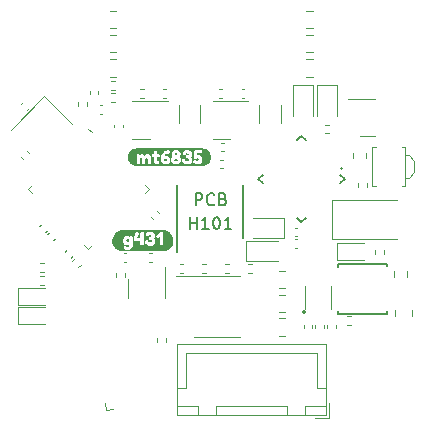
<source format=gbr>
%TF.GenerationSoftware,KiCad,Pcbnew,7.0.10*%
%TF.CreationDate,2024-01-29T19:46:04-05:00*%
%TF.ProjectId,lemon-pepper,6c656d6f-6e2d-4706-9570-7065722e6b69,rev?*%
%TF.SameCoordinates,PX8b85c60PY52f2218*%
%TF.FileFunction,Legend,Top*%
%TF.FilePolarity,Positive*%
%FSLAX46Y46*%
G04 Gerber Fmt 4.6, Leading zero omitted, Abs format (unit mm)*
G04 Created by KiCad (PCBNEW 7.0.10) date 2024-01-29 19:46:04*
%MOMM*%
%LPD*%
G01*
G04 APERTURE LIST*
%ADD10C,0.150000*%
%ADD11C,0.120000*%
%ADD12C,0.100000*%
%ADD13C,0.300000*%
G04 APERTURE END LIST*
D10*
X-1714286Y-1454819D02*
X-1714286Y-454819D01*
X-1714286Y-931009D02*
X-1142858Y-931009D01*
X-1142858Y-1454819D02*
X-1142858Y-454819D01*
X-142858Y-1454819D02*
X-714286Y-1454819D01*
X-428572Y-1454819D02*
X-428572Y-454819D01*
X-428572Y-454819D02*
X-523810Y-597676D01*
X-523810Y-597676D02*
X-619048Y-692914D01*
X-619048Y-692914D02*
X-714286Y-740533D01*
X476190Y-454819D02*
X571428Y-454819D01*
X571428Y-454819D02*
X666666Y-502438D01*
X666666Y-502438D02*
X714285Y-550057D01*
X714285Y-550057D02*
X761904Y-645295D01*
X761904Y-645295D02*
X809523Y-835771D01*
X809523Y-835771D02*
X809523Y-1073866D01*
X809523Y-1073866D02*
X761904Y-1264342D01*
X761904Y-1264342D02*
X714285Y-1359580D01*
X714285Y-1359580D02*
X666666Y-1407200D01*
X666666Y-1407200D02*
X571428Y-1454819D01*
X571428Y-1454819D02*
X476190Y-1454819D01*
X476190Y-1454819D02*
X380952Y-1407200D01*
X380952Y-1407200D02*
X333333Y-1359580D01*
X333333Y-1359580D02*
X285714Y-1264342D01*
X285714Y-1264342D02*
X238095Y-1073866D01*
X238095Y-1073866D02*
X238095Y-835771D01*
X238095Y-835771D02*
X285714Y-645295D01*
X285714Y-645295D02*
X333333Y-550057D01*
X333333Y-550057D02*
X380952Y-502438D01*
X380952Y-502438D02*
X476190Y-454819D01*
X1761904Y-1454819D02*
X1190476Y-1454819D01*
X1476190Y-1454819D02*
X1476190Y-454819D01*
X1476190Y-454819D02*
X1380952Y-597676D01*
X1380952Y-597676D02*
X1285714Y-692914D01*
X1285714Y-692914D02*
X1190476Y-740533D01*
X-1261905Y545181D02*
X-1261905Y1545181D01*
X-1261905Y1545181D02*
X-880953Y1545181D01*
X-880953Y1545181D02*
X-785715Y1497562D01*
X-785715Y1497562D02*
X-738096Y1449943D01*
X-738096Y1449943D02*
X-690477Y1354705D01*
X-690477Y1354705D02*
X-690477Y1211848D01*
X-690477Y1211848D02*
X-738096Y1116610D01*
X-738096Y1116610D02*
X-785715Y1068991D01*
X-785715Y1068991D02*
X-880953Y1021372D01*
X-880953Y1021372D02*
X-1261905Y1021372D01*
X309523Y640420D02*
X261904Y592800D01*
X261904Y592800D02*
X119047Y545181D01*
X119047Y545181D02*
X23809Y545181D01*
X23809Y545181D02*
X-119048Y592800D01*
X-119048Y592800D02*
X-214286Y688039D01*
X-214286Y688039D02*
X-261905Y783277D01*
X-261905Y783277D02*
X-309524Y973753D01*
X-309524Y973753D02*
X-309524Y1116610D01*
X-309524Y1116610D02*
X-261905Y1307086D01*
X-261905Y1307086D02*
X-214286Y1402324D01*
X-214286Y1402324D02*
X-119048Y1497562D01*
X-119048Y1497562D02*
X23809Y1545181D01*
X23809Y1545181D02*
X119047Y1545181D01*
X119047Y1545181D02*
X261904Y1497562D01*
X261904Y1497562D02*
X309523Y1449943D01*
X1071428Y1068991D02*
X1214285Y1021372D01*
X1214285Y1021372D02*
X1261904Y973753D01*
X1261904Y973753D02*
X1309523Y878515D01*
X1309523Y878515D02*
X1309523Y735658D01*
X1309523Y735658D02*
X1261904Y640420D01*
X1261904Y640420D02*
X1214285Y592800D01*
X1214285Y592800D02*
X1119047Y545181D01*
X1119047Y545181D02*
X738095Y545181D01*
X738095Y545181D02*
X738095Y1545181D01*
X738095Y1545181D02*
X1071428Y1545181D01*
X1071428Y1545181D02*
X1166666Y1497562D01*
X1166666Y1497562D02*
X1214285Y1449943D01*
X1214285Y1449943D02*
X1261904Y1354705D01*
X1261904Y1354705D02*
X1261904Y1259467D01*
X1261904Y1259467D02*
X1214285Y1164229D01*
X1214285Y1164229D02*
X1166666Y1116610D01*
X1166666Y1116610D02*
X1071428Y1068991D01*
X1071428Y1068991D02*
X738095Y1068991D01*
D11*
%TO.C,C103*%
X-8536252Y12910000D02*
X-8013748Y12910000D01*
X-8536252Y11440000D02*
X-8013748Y11440000D01*
%TO.C,J301*%
X-8852672Y-16810158D02*
X-8973836Y-16186824D01*
X-8229339Y-16688994D02*
X-8852672Y-16810158D01*
%TO.C,Q501*%
X13275000Y9560000D02*
X11600000Y9560000D01*
X13275000Y9560000D02*
X13925000Y9560000D01*
X13275000Y6440000D02*
X12625000Y6440000D01*
X13275000Y6440000D02*
X13925000Y6440000D01*
%TO.C,R704*%
X1009891Y9645000D02*
X702609Y9645000D01*
X1009891Y10405000D02*
X702609Y10405000D01*
%TO.C,D502*%
X10675000Y10760000D02*
X8975000Y10760000D01*
X10675000Y10760000D02*
X10675000Y8100000D01*
X8975000Y10760000D02*
X8975000Y8100000D01*
%TO.C,U302*%
X550000Y-5485000D02*
X-2900000Y-5485000D01*
X550000Y-5485000D02*
X2500000Y-5485000D01*
X550000Y-10605000D02*
X-1400000Y-10605000D01*
X550000Y-10605000D02*
X2500000Y-10605000D01*
%TO.C,D501*%
X8650000Y10760000D02*
X6950000Y10760000D01*
X8650000Y10760000D02*
X8650000Y8100000D01*
X6950000Y10760000D02*
X6950000Y8100000D01*
%TO.C,R101*%
X-4555000Y-11028641D02*
X-4555000Y-10721359D01*
X-3795000Y-11028641D02*
X-3795000Y-10721359D01*
%TO.C,R103*%
X1553641Y-5155000D02*
X1246359Y-5155000D01*
X1553641Y-4395000D02*
X1246359Y-4395000D01*
%TO.C,SW301*%
X16500000Y5475000D02*
X16500000Y2175000D01*
X16200000Y5475000D02*
X16500000Y5475000D01*
X14000000Y5475000D02*
X13700000Y5475000D01*
X13700000Y5475000D02*
X13700000Y2175000D01*
X16820000Y4825000D02*
X16500000Y4825000D01*
X17200000Y4325000D02*
X16820000Y4825000D01*
X17200000Y4325000D02*
X17200000Y3325000D01*
X17200000Y3325000D02*
X16820000Y2825000D01*
X16820000Y2825000D02*
X16500000Y2825000D01*
X16500000Y2175000D02*
X16200000Y2175000D01*
X13700000Y2175000D02*
X14000000Y2175000D01*
%TO.C,R302*%
X-10972659Y-4485060D02*
X-11189940Y-4702341D01*
X-11510060Y-3947659D02*
X-11727341Y-4164940D01*
%TO.C,C304*%
X-4546693Y80810D02*
X-4394190Y-71693D01*
X-5055810Y-428307D02*
X-4903307Y-580810D01*
%TO.C,D101*%
X10315000Y975000D02*
X10315000Y-2325000D01*
X10315000Y975000D02*
X15825000Y975000D01*
X10315000Y-2325000D02*
X15825000Y-2325000D01*
%TO.C,C106*%
X6286252Y-6460000D02*
X5763748Y-6460000D01*
X6286252Y-4990000D02*
X5763748Y-4990000D01*
%TO.C,D301*%
X-16310000Y-6440000D02*
X-16310000Y-7910000D01*
X-16310000Y-7910000D02*
X-14025000Y-7910000D01*
X-14025000Y-6440000D02*
X-16310000Y-6440000D01*
D10*
%TO.C,L501*%
X10760000Y-4425000D02*
X10760000Y-4645000D01*
X10790000Y-8415000D02*
X10790000Y-8625000D01*
X10790000Y-8625000D02*
X14940000Y-8625000D01*
X14920000Y-4625000D02*
X14930000Y-4425000D01*
X14930000Y-4425000D02*
X10760000Y-4425000D01*
X14940000Y-8625000D02*
X14940000Y-8425000D01*
D11*
%TO.C,C305*%
X-15394190Y8746693D02*
X-15546693Y8594190D01*
X-15903307Y9255810D02*
X-16055810Y9103307D01*
%TO.C,C701*%
X-7420000Y7352836D02*
X-7420000Y7137164D01*
X-8140000Y7352836D02*
X-8140000Y7137164D01*
%TO.C,C308*%
X-10215200Y10001364D02*
X-10215200Y10217036D01*
X-9495200Y10001364D02*
X-9495200Y10217036D01*
%TO.C,C307*%
X-13194190Y-2278307D02*
X-13346693Y-2430810D01*
X-13703307Y-1769190D02*
X-13855810Y-1921693D01*
%TO.C,R702*%
X-5665109Y9645000D02*
X-5972391Y9645000D01*
X-5665109Y10405000D02*
X-5972391Y10405000D01*
%TO.C,U201*%
X-3840000Y-6500000D02*
X-3840000Y-4700000D01*
X-3840000Y-6500000D02*
X-3840000Y-7300000D01*
X-6960000Y-6500000D02*
X-6960000Y-5700000D01*
X-6960000Y-6500000D02*
X-6960000Y-7300000D01*
%TO.C,U703*%
X3170000Y9370000D02*
X170000Y9370000D01*
X1670000Y6130000D02*
X170000Y6130000D01*
%TO.C,C302*%
X-11694190Y-3778307D02*
X-11846693Y-3930810D01*
X-12203307Y-3269190D02*
X-12355810Y-3421693D01*
%TO.C,C602*%
X7117164Y-2340000D02*
X7332836Y-2340000D01*
X7117164Y-3060000D02*
X7332836Y-3060000D01*
%TO.C,C401*%
X1057836Y3690000D02*
X842164Y3690000D01*
X1057836Y4410000D02*
X842164Y4410000D01*
%TO.C,D302*%
X-16310000Y-8065000D02*
X-16310000Y-9535000D01*
X-16310000Y-9535000D02*
X-14025000Y-9535000D01*
X-14025000Y-8065000D02*
X-16310000Y-8065000D01*
%TO.C,R102*%
X-8030000Y-5528641D02*
X-8030000Y-5221359D01*
X-7270000Y-5528641D02*
X-7270000Y-5221359D01*
%TO.C,R105*%
X-2603641Y-4395000D02*
X-2296359Y-4395000D01*
X-2603641Y-5155000D02*
X-2296359Y-5155000D01*
%TO.C,C503*%
X17060000Y-8288748D02*
X17060000Y-8811252D01*
X15590000Y-8288748D02*
X15590000Y-8811252D01*
%TO.C,R501*%
X11903641Y-9630000D02*
X11596359Y-9630000D01*
X11903641Y-8870000D02*
X11596359Y-8870000D01*
%TO.C,R301*%
X-14121359Y-6205000D02*
X-14428641Y-6205000D01*
X-14121359Y-5445000D02*
X-14428641Y-5445000D01*
%TO.C,C201*%
X-7117164Y-4260000D02*
X-7332836Y-4260000D01*
X-7117164Y-3540000D02*
X-7332836Y-3540000D01*
%TO.C,C102*%
X-8013748Y13490000D02*
X-8536252Y13490000D01*
X-8013748Y14960000D02*
X-8536252Y14960000D01*
%TO.C,C101*%
X-8536252Y16985000D02*
X-8013748Y16985000D01*
X-8536252Y15515000D02*
X-8013748Y15515000D01*
%TO.C,C703*%
X908164Y5821000D02*
X1123836Y5821000D01*
X908164Y5101000D02*
X1123836Y5101000D01*
%TO.C,R703*%
X4110000Y7547936D02*
X4110000Y9002064D01*
X5930000Y7547936D02*
X5930000Y9002064D01*
%TO.C,C202*%
X-5207836Y-3540000D02*
X-4992164Y-3540000D01*
X-5207836Y-4260000D02*
X-4992164Y-4260000D01*
%TO.C,C301*%
X-13869190Y-1603307D02*
X-14021693Y-1755810D01*
X-14378307Y-1094190D02*
X-14530810Y-1246693D01*
%TO.C,R502*%
X10655000Y-9571359D02*
X10655000Y-9878641D01*
X9895000Y-9571359D02*
X9895000Y-9878641D01*
D10*
%TO.C,U601*%
X11348671Y2750000D02*
X10995118Y3103553D01*
X7700000Y6398671D02*
X8053553Y6045118D01*
X10995118Y2396447D02*
X11348671Y2750000D01*
X7346447Y6045118D02*
X7700000Y6398671D01*
X8053553Y-545118D02*
X7700000Y-898671D01*
X4404882Y3103553D02*
X4051329Y2750000D01*
X7700000Y-898671D02*
X7346447Y-545118D01*
X4051329Y2750000D02*
X4404882Y2396447D01*
X11157041Y3662168D02*
G75*
G03*
X11017041Y3662168I-70000J0D01*
G01*
X11017041Y3662168D02*
G75*
G03*
X11157041Y3662168I70000J0D01*
G01*
D11*
%TO.C,C601*%
X7117164Y-1340000D02*
X7332836Y-1340000D01*
X7117164Y-2060000D02*
X7332836Y-2060000D01*
D12*
%TO.C,U501*%
X8025000Y-8275000D02*
X8025000Y-6275000D01*
X10225000Y-8275000D02*
X10225000Y-6275000D01*
D13*
X7935000Y-8515000D02*
G75*
G03*
X7935000Y-8515000I0J0D01*
G01*
X7935000Y-8515000D02*
G75*
G03*
X7935000Y-8515000I0J0D01*
G01*
D11*
%TO.C,U301*%
X-15454962Y1935051D02*
X-15119086Y2270927D01*
X-10013775Y6704486D02*
X-10349651Y7040362D01*
X-15119086Y1599175D02*
X-15454962Y1935051D01*
X-5580216Y2270927D02*
X-5244340Y1935051D01*
X-10685527Y-2834384D02*
X-10349651Y-3170260D01*
X-5244340Y1935051D02*
X-5580216Y1599175D01*
X-10349651Y-3170260D02*
X-10013775Y-2834384D01*
%TO.C,R303*%
X-8096359Y10270000D02*
X-8403641Y10270000D01*
X-8096359Y11030000D02*
X-8403641Y11030000D01*
%TO.C,R503*%
X9630000Y-9571359D02*
X9630000Y-9878641D01*
X8870000Y-9571359D02*
X8870000Y-9878641D01*
%TO.C,C704*%
X2648414Y10385000D02*
X2864086Y10385000D01*
X2648414Y9665000D02*
X2864086Y9665000D01*
%TO.C,C104*%
X8113748Y16985000D02*
X8636252Y16985000D01*
X8113748Y15515000D02*
X8636252Y15515000D01*
%TO.C,kibuzzard-652C57F7*%
G36*
X-6905306Y-2337287D02*
G01*
X-6868794Y-2430950D01*
X-6906894Y-2523025D01*
X-7002937Y-2565094D01*
X-7101362Y-2523819D01*
X-7141844Y-2430950D01*
X-7103744Y-2336494D01*
X-7003731Y-2293631D01*
X-6905306Y-2337287D01*
G37*
G36*
X-3948050Y-1551325D02*
G01*
X-3860390Y-1564328D01*
X-3774428Y-1585861D01*
X-3690990Y-1615716D01*
X-3610879Y-1653605D01*
X-3534869Y-1699164D01*
X-3463690Y-1751954D01*
X-3398028Y-1811466D01*
X-3338515Y-1877128D01*
X-3285725Y-1948307D01*
X-3240166Y-2024318D01*
X-3202277Y-2104428D01*
X-3172422Y-2187866D01*
X-3150890Y-2273829D01*
X-3137887Y-2361488D01*
X-3133539Y-2450000D01*
X-3137887Y-2538512D01*
X-3150890Y-2626171D01*
X-3172422Y-2712134D01*
X-3202277Y-2795572D01*
X-3240166Y-2875682D01*
X-3285725Y-2951693D01*
X-3338515Y-3022872D01*
X-3398028Y-3088534D01*
X-3463690Y-3148046D01*
X-3534869Y-3200836D01*
X-3610879Y-3246395D01*
X-3690990Y-3284284D01*
X-3774428Y-3314139D01*
X-3860390Y-3335672D01*
X-3948050Y-3348675D01*
X-4036561Y-3353023D01*
X-4036694Y-3353023D01*
X-4177981Y-3353023D01*
X-5105081Y-3353023D01*
X-5786119Y-3353023D01*
X-7000556Y-3353023D01*
X-7413306Y-3353023D01*
X-7413439Y-3353023D01*
X-7501950Y-3348675D01*
X-7589610Y-3335672D01*
X-7675572Y-3314139D01*
X-7759010Y-3284284D01*
X-7839121Y-3246395D01*
X-7915131Y-3200836D01*
X-7986310Y-3148046D01*
X-8051972Y-3088534D01*
X-8111485Y-3022872D01*
X-8164275Y-2951693D01*
X-8209834Y-2875682D01*
X-8247723Y-2795572D01*
X-8277578Y-2712134D01*
X-8299110Y-2626171D01*
X-8312113Y-2538512D01*
X-8316461Y-2450000D01*
X-8315486Y-2430156D01*
X-7413306Y-2430156D01*
X-7400518Y-2533608D01*
X-7362153Y-2628065D01*
X-7298212Y-2713525D01*
X-7219631Y-2780994D01*
X-7137346Y-2821475D01*
X-7051356Y-2834969D01*
X-6937453Y-2815125D01*
X-6859269Y-2755594D01*
X-6859269Y-2803219D01*
X-6897369Y-2917519D01*
X-6995794Y-2965144D01*
X-7081519Y-2950459D01*
X-7160894Y-2906406D01*
X-7206931Y-2887356D01*
X-7245825Y-2900056D01*
X-7292656Y-2946094D01*
X-7340281Y-3055631D01*
X-7312897Y-3106034D01*
X-7230744Y-3161994D01*
X-7118428Y-3206047D01*
X-7000556Y-3220731D01*
X-6898251Y-3208296D01*
X-6803001Y-3170990D01*
X-6714806Y-3108813D01*
X-6644251Y-3026351D01*
X-6601917Y-2928190D01*
X-6587806Y-2814331D01*
X-6587806Y-2395231D01*
X-6500494Y-2395231D01*
X-6492556Y-2463494D01*
X-6449297Y-2508737D01*
X-6360794Y-2523819D01*
X-5930581Y-2523819D01*
X-5930581Y-2717494D01*
X-5921056Y-2800044D01*
X-5900419Y-2831794D01*
X-5859144Y-2850844D01*
X-5786119Y-2858781D01*
X-5709125Y-2849256D01*
X-5663087Y-2810363D01*
X-5648006Y-2719081D01*
X-5648006Y-2514294D01*
X-5544819Y-2514294D01*
X-5527356Y-2600019D01*
X-5524181Y-2615894D01*
X-5506719Y-2657169D01*
X-5467428Y-2720272D01*
X-5422581Y-2769881D01*
X-5330859Y-2831617D01*
X-5225026Y-2868659D01*
X-5105081Y-2881006D01*
X-4984255Y-2868747D01*
X-4877892Y-2831970D01*
X-4785994Y-2770675D01*
X-4715438Y-2690506D01*
X-4673105Y-2597108D01*
X-4658994Y-2490481D01*
X-4672091Y-2409519D01*
X-4711381Y-2338081D01*
X-4761387Y-2286488D01*
X-4808219Y-2252356D01*
X-4808219Y-2241244D01*
X-4739427Y-2191414D01*
X-4698152Y-2124474D01*
X-4688941Y-2068206D01*
X-4595494Y-2068206D01*
X-4545487Y-2166631D01*
X-4449444Y-2222194D01*
X-4338319Y-2172981D01*
X-4317681Y-2153931D01*
X-4317681Y-2720669D01*
X-4315300Y-2778613D01*
X-4300219Y-2822269D01*
X-4257753Y-2853225D01*
X-4177981Y-2863544D01*
X-4096225Y-2852828D01*
X-4054156Y-2820681D01*
X-4039075Y-2778613D01*
X-4036694Y-2723844D01*
X-4036694Y-1839606D01*
X-4044631Y-1755469D01*
X-4066856Y-1721338D01*
X-4108131Y-1703081D01*
X-4183537Y-1695144D01*
X-4273231Y-1736419D01*
X-4277994Y-1739594D01*
X-4538344Y-1974544D01*
X-4595494Y-2068206D01*
X-4688941Y-2068206D01*
X-4684394Y-2040425D01*
X-4696917Y-1950908D01*
X-4734488Y-1867564D01*
X-4797106Y-1790394D01*
X-4881420Y-1728658D01*
X-4984078Y-1691616D01*
X-5105081Y-1679269D01*
X-5183861Y-1684825D01*
X-5255100Y-1701494D01*
X-5359875Y-1750706D01*
X-5425756Y-1813412D01*
X-5460681Y-1863419D01*
X-5497194Y-1971369D01*
X-5477350Y-2028122D01*
X-5417819Y-2077731D01*
X-5330506Y-2106306D01*
X-5270181Y-2086463D01*
X-5225731Y-2026931D01*
X-5216206Y-2007881D01*
X-5174931Y-1969781D01*
X-5085237Y-1950731D01*
X-4997131Y-1980894D01*
X-4965381Y-2044394D01*
X-4995544Y-2090828D01*
X-5086031Y-2106306D01*
X-5168581Y-2114244D01*
X-5212634Y-2157503D01*
X-5227319Y-2246006D01*
X-5216603Y-2327366D01*
X-5184456Y-2368244D01*
X-5143181Y-2384119D01*
X-5070950Y-2387294D01*
X-4978875Y-2419838D01*
X-4939981Y-2495244D01*
X-4979669Y-2572237D01*
X-5030469Y-2597836D01*
X-5103494Y-2606369D01*
X-5170169Y-2596844D01*
X-5257481Y-2520644D01*
X-5305106Y-2438094D01*
X-5389244Y-2422219D01*
X-5505925Y-2445237D01*
X-5544819Y-2514294D01*
X-5648006Y-2514294D01*
X-5648006Y-1836431D01*
X-5650387Y-1780869D01*
X-5665469Y-1738800D01*
X-5708331Y-1705462D01*
X-5788500Y-1695144D01*
X-5869462Y-1703875D01*
X-5913119Y-1734831D01*
X-5928200Y-1774519D01*
X-5930581Y-1828494D01*
X-5930581Y-2261881D01*
X-6189344Y-2261881D01*
X-6092506Y-1874531D01*
X-6090919Y-1869769D01*
X-6079806Y-1803094D01*
X-6107587Y-1741975D01*
X-6190931Y-1701494D01*
X-6263956Y-1690381D01*
X-6318725Y-1707844D01*
X-6347300Y-1744356D01*
X-6363969Y-1799919D01*
X-6495731Y-2331731D01*
X-6500494Y-2395231D01*
X-6587806Y-2395231D01*
X-6587806Y-2157106D01*
X-6590187Y-2103131D01*
X-6604475Y-2062650D01*
X-6644956Y-2030106D01*
X-6735444Y-2020581D01*
X-6825137Y-2043600D01*
X-6857681Y-2111069D01*
X-6883875Y-2080113D01*
X-6944994Y-2043600D01*
X-7043419Y-2023756D01*
X-7133024Y-2037338D01*
X-7217691Y-2078084D01*
X-7297419Y-2145994D01*
X-7361801Y-2231895D01*
X-7400430Y-2326616D01*
X-7413306Y-2430156D01*
X-8315486Y-2430156D01*
X-8312113Y-2361488D01*
X-8299110Y-2273829D01*
X-8277578Y-2187866D01*
X-8247723Y-2104428D01*
X-8209834Y-2024318D01*
X-8164275Y-1948307D01*
X-8111485Y-1877128D01*
X-8051972Y-1811466D01*
X-7986310Y-1751954D01*
X-7915131Y-1699164D01*
X-7839121Y-1653605D01*
X-7759010Y-1615716D01*
X-7675572Y-1585861D01*
X-7589610Y-1564328D01*
X-7501950Y-1551325D01*
X-7413439Y-1546977D01*
X-7413306Y-1546977D01*
X-4036694Y-1546977D01*
X-4036561Y-1546977D01*
X-3948050Y-1551325D01*
G37*
%TO.C,C105*%
X8636252Y11440000D02*
X8113748Y11440000D01*
X8636252Y12910000D02*
X8113748Y12910000D01*
%TO.C,R506*%
X16597500Y-5062742D02*
X16597500Y-5537258D01*
X15552500Y-5062742D02*
X15552500Y-5537258D01*
%TO.C,R505*%
X9696359Y7380000D02*
X10003641Y7380000D01*
X9696359Y6620000D02*
X10003641Y6620000D01*
%TO.C,C303*%
X-9382836Y9010000D02*
X-9167164Y9010000D01*
X-9382836Y8290000D02*
X-9167164Y8290000D01*
%TO.C,Y301*%
X-11744060Y7422487D02*
X-14077513Y9755940D01*
X-14077513Y9755940D02*
X-16905940Y6927513D01*
%TO.C,R305*%
X13255000Y2428641D02*
X13255000Y2121359D01*
X12495000Y2428641D02*
X12495000Y2121359D01*
%TO.C,D602*%
X3015000Y-2500000D02*
X3015000Y-4200000D01*
X3015000Y-2500000D02*
X5675000Y-2500000D01*
X3015000Y-4200000D02*
X5675000Y-4200000D01*
%TO.C,R304*%
X-8096359Y9270000D02*
X-8403641Y9270000D01*
X-8096359Y10030000D02*
X-8403641Y10030000D01*
%TO.C,J101*%
X10075000Y-17475000D02*
X10075000Y-16225000D01*
X9785000Y-17185000D02*
X9785000Y-11215000D01*
X9785000Y-11215000D02*
X-2835000Y-11215000D01*
X9775000Y-17175000D02*
X9775000Y-16425000D01*
X9775000Y-16425000D02*
X7975000Y-16425000D01*
X9775000Y-14925000D02*
X9025000Y-14925000D01*
X9025000Y-14925000D02*
X9025000Y-11975000D01*
X9025000Y-11975000D02*
X3475000Y-11975000D01*
X8825000Y-17475000D02*
X10075000Y-17475000D01*
X7975000Y-17175000D02*
X9775000Y-17175000D01*
X7975000Y-16425000D02*
X7975000Y-17175000D01*
X6475000Y-17175000D02*
X6475000Y-16425000D01*
X6475000Y-16425000D02*
X475000Y-16425000D01*
X475000Y-17175000D02*
X6475000Y-17175000D01*
X475000Y-16425000D02*
X475000Y-17175000D01*
X-1025000Y-17175000D02*
X-1025000Y-16425000D01*
X-1025000Y-16425000D02*
X-2825000Y-16425000D01*
X-2075000Y-14925000D02*
X-2075000Y-11975000D01*
X-2075000Y-11975000D02*
X3475000Y-11975000D01*
X-2825000Y-17175000D02*
X-1025000Y-17175000D01*
X-2825000Y-16425000D02*
X-2825000Y-17175000D01*
X-2825000Y-14925000D02*
X-2075000Y-14925000D01*
X-2835000Y-17185000D02*
X9785000Y-17185000D01*
X-2835000Y-11215000D02*
X-2835000Y-17185000D01*
%TO.C,kibuzzard-652C580D*%
G36*
X-2808250Y4490062D02*
G01*
X-2772531Y4408306D01*
X-2807456Y4326550D01*
X-2912231Y4288450D01*
X-3018594Y4326550D01*
X-3055106Y4409100D01*
X-3018594Y4490856D01*
X-2913025Y4528162D01*
X-2808250Y4490062D01*
G37*
G36*
X-2834444Y4932181D02*
G01*
X-2807456Y4872650D01*
X-2833650Y4812325D01*
X-2911438Y4783750D01*
X-2990813Y4812325D01*
X-3018594Y4873444D01*
X-2993194Y4932975D01*
X-2914613Y4959962D01*
X-2834444Y4932181D01*
G37*
G36*
X-3721063Y4456725D02*
G01*
X-3693281Y4388462D01*
X-3723841Y4308691D01*
X-3815519Y4282100D01*
X-3917119Y4318612D01*
X-3932200Y4353537D01*
X-3936169Y4399575D01*
X-3903625Y4459106D01*
X-3809963Y4488475D01*
X-3721063Y4456725D01*
G37*
G36*
X-612585Y5358580D02*
G01*
X-541030Y5347965D01*
X-470859Y5330389D01*
X-402749Y5306019D01*
X-337356Y5275090D01*
X-275309Y5237901D01*
X-217207Y5194809D01*
X-163607Y5146229D01*
X-115028Y5092630D01*
X-71936Y5034527D01*
X-34747Y4972480D01*
X-3818Y4907087D01*
X20552Y4838977D01*
X38129Y4768807D01*
X48743Y4697251D01*
X52293Y4625000D01*
X48743Y4552749D01*
X38129Y4481193D01*
X20552Y4411023D01*
X-3818Y4342913D01*
X-34747Y4277520D01*
X-71936Y4215473D01*
X-115028Y4157370D01*
X-163607Y4103771D01*
X-217207Y4055191D01*
X-275309Y4012099D01*
X-337356Y3974910D01*
X-402749Y3943981D01*
X-470859Y3919611D01*
X-541030Y3902035D01*
X-612585Y3891420D01*
X-684836Y3887871D01*
X-684969Y3887871D01*
X-1083431Y3887871D01*
X-1972431Y3887871D01*
X-2913819Y3887871D01*
X-3809169Y3887871D01*
X-4471156Y3887871D01*
X-5180769Y3887871D01*
X-6265031Y3887871D01*
X-6265164Y3887871D01*
X-6337415Y3891420D01*
X-6408970Y3902035D01*
X-6479141Y3919611D01*
X-6547251Y3943981D01*
X-6612644Y3974910D01*
X-6674691Y4012099D01*
X-6732793Y4055191D01*
X-6786393Y4103771D01*
X-6834972Y4157370D01*
X-6853303Y4182087D01*
X-6265031Y4182087D01*
X-6262650Y4126525D01*
X-6249156Y4085250D01*
X-6207484Y4053103D01*
X-6126919Y4042387D01*
X-6045956Y4052706D01*
X-6003094Y4083662D01*
X-5988013Y4125731D01*
X-5985631Y4180500D01*
X-5985631Y4461487D01*
X-5961819Y4565072D01*
X-5890381Y4599600D01*
X-5816563Y4565072D01*
X-5791956Y4461487D01*
X-5791956Y4183675D01*
X-5789575Y4128906D01*
X-5776081Y4086837D01*
X-5734409Y4053500D01*
X-5653844Y4042387D01*
X-5572088Y4053103D01*
X-5530019Y4085250D01*
X-5514938Y4126525D01*
X-5512556Y4182087D01*
X-5512556Y4459900D01*
X-5492713Y4563087D01*
X-5417306Y4599600D01*
X-5343488Y4565072D01*
X-5318881Y4461487D01*
X-5318881Y4183675D01*
X-5316500Y4128906D01*
X-5303006Y4086837D01*
X-5261334Y4053500D01*
X-5180769Y4042387D01*
X-5099409Y4053103D01*
X-5058531Y4085250D01*
X-5043450Y4127319D01*
X-5041069Y4182087D01*
X-5041069Y4459900D01*
X-5050594Y4595984D01*
X-5079169Y4703669D01*
X-5088175Y4718662D01*
X-4953756Y4718662D01*
X-4930738Y4626587D01*
X-4872794Y4599600D01*
X-4807706Y4604362D01*
X-4807706Y4369412D01*
X-4798181Y4262344D01*
X-4769606Y4178207D01*
X-4721981Y4117000D01*
X-4656012Y4075549D01*
X-4572403Y4050678D01*
X-4471156Y4042387D01*
X-4417975Y4044769D01*
X-4375906Y4058262D01*
X-4342569Y4099934D01*
X-4331456Y4180500D01*
X-4367969Y4286862D01*
X-4410038Y4301944D01*
X-4467188Y4304325D01*
X-4517988Y4323375D01*
X-4531481Y4385287D01*
X-4531481Y4496412D01*
X-4225094Y4496412D01*
X-4213452Y4365267D01*
X-4178527Y4251232D01*
X-4120319Y4154306D01*
X-4039180Y4080664D01*
X-3935463Y4036478D01*
X-3809169Y4021750D01*
X-3705540Y4033744D01*
X-3612672Y4069728D01*
X-3530563Y4129700D01*
X-3466622Y4207487D01*
X-3428257Y4296917D01*
X-3415469Y4397987D01*
X-3418058Y4415450D01*
X-3336094Y4415450D01*
X-3321718Y4303796D01*
X-3278591Y4208017D01*
X-3206713Y4128112D01*
X-3116666Y4068140D01*
X-3019035Y4032157D01*
X-2913819Y4020162D01*
X-2808603Y4032245D01*
X-2710972Y4068493D01*
X-2620925Y4128906D01*
X-2549047Y4209075D01*
X-2505919Y4304590D01*
X-2495043Y4388462D01*
X-2412169Y4388462D01*
X-2394706Y4302737D01*
X-2391531Y4286862D01*
X-2374069Y4245587D01*
X-2334778Y4182484D01*
X-2289931Y4132875D01*
X-2198209Y4071139D01*
X-2092376Y4034097D01*
X-1972431Y4021750D01*
X-1851605Y4034009D01*
X-1745242Y4070786D01*
X-1653344Y4132081D01*
X-1582788Y4212250D01*
X-1574154Y4231300D01*
X-1462844Y4231300D01*
X-1402519Y4136050D01*
X-1389819Y4124937D01*
X-1350131Y4094775D01*
X-1267581Y4053324D01*
X-1178681Y4028453D01*
X-1083431Y4020162D01*
X-976363Y4033303D01*
X-881642Y4072726D01*
X-799269Y4138431D01*
X-735769Y4222392D01*
X-697669Y4316584D01*
X-684969Y4421006D01*
X-698374Y4524899D01*
X-738591Y4617503D01*
X-805619Y4698819D01*
X-889403Y4761878D01*
X-979891Y4799713D01*
X-1077081Y4812325D01*
X-1132644Y4809150D01*
X-1116769Y4929800D01*
X-838956Y4929800D01*
X-787363Y4932181D01*
X-748469Y4947262D01*
X-718703Y4986553D01*
X-708781Y5063150D01*
X-719497Y5147287D01*
X-751644Y5190150D01*
X-792919Y5205231D01*
X-848481Y5207612D01*
X-997706Y5207612D01*
X-1239006Y5209200D01*
X-1303300Y5194119D01*
X-1344575Y5159988D01*
X-1367594Y5117125D01*
X-1378706Y5083787D01*
X-1387834Y5017906D01*
X-1412044Y4839312D01*
X-1435856Y4657941D01*
X-1443794Y4583725D01*
X-1426331Y4544831D01*
X-1352512Y4496412D01*
X-1252500Y4466250D01*
X-1165981Y4502762D01*
X-1089781Y4531337D01*
X-1004850Y4500381D01*
X-967544Y4416244D01*
X-1001675Y4332900D01*
X-1106450Y4302737D01*
X-1205669Y4336075D01*
X-1312031Y4386875D01*
X-1404106Y4334487D01*
X-1462844Y4231300D01*
X-1574154Y4231300D01*
X-1540455Y4305648D01*
X-1526344Y4412275D01*
X-1539441Y4493237D01*
X-1578731Y4564675D01*
X-1628737Y4616269D01*
X-1675569Y4650400D01*
X-1675569Y4661512D01*
X-1606777Y4711342D01*
X-1565502Y4778282D01*
X-1551744Y4862331D01*
X-1564267Y4951849D01*
X-1601838Y5035192D01*
X-1664456Y5112363D01*
X-1748770Y5174099D01*
X-1851428Y5211140D01*
X-1972431Y5223488D01*
X-2051211Y5217931D01*
X-2122450Y5201262D01*
X-2227225Y5152050D01*
X-2293106Y5089344D01*
X-2328031Y5039337D01*
X-2364544Y4931387D01*
X-2344700Y4874634D01*
X-2285169Y4825025D01*
X-2197856Y4796450D01*
X-2137531Y4816294D01*
X-2093081Y4875825D01*
X-2083556Y4894875D01*
X-2042281Y4932975D01*
X-1952587Y4952025D01*
X-1864481Y4921863D01*
X-1832731Y4858362D01*
X-1862894Y4811928D01*
X-1953381Y4796450D01*
X-2035931Y4788512D01*
X-2079984Y4745253D01*
X-2094669Y4656750D01*
X-2083953Y4575391D01*
X-2051806Y4534512D01*
X-2010531Y4518637D01*
X-1938300Y4515462D01*
X-1846225Y4482919D01*
X-1807331Y4407512D01*
X-1847019Y4330519D01*
X-1897819Y4304920D01*
X-1970844Y4296387D01*
X-2037519Y4305913D01*
X-2124831Y4382112D01*
X-2172456Y4464662D01*
X-2256594Y4480538D01*
X-2373275Y4457519D01*
X-2412169Y4388462D01*
X-2495043Y4388462D01*
X-2491544Y4415450D01*
X-2500473Y4481728D01*
X-2527263Y4547212D01*
X-2584413Y4633731D01*
X-2620131Y4666275D01*
X-2596319Y4691675D01*
X-2549488Y4766287D01*
X-2526469Y4863125D01*
X-2539169Y4963667D01*
X-2577269Y5051508D01*
X-2640769Y5126650D01*
X-2721555Y5183976D01*
X-2811513Y5218372D01*
X-2910644Y5229838D01*
X-3010127Y5218549D01*
X-3101144Y5184682D01*
X-3183694Y5128237D01*
X-3248958Y5054507D01*
X-3288116Y4968782D01*
X-3301169Y4871062D01*
X-3274975Y4760731D01*
X-3232906Y4691675D01*
X-3205919Y4666275D01*
X-3239256Y4636112D01*
X-3303550Y4544831D01*
X-3327958Y4481133D01*
X-3336094Y4415450D01*
X-3418058Y4415450D01*
X-3427904Y4481860D01*
X-3465210Y4559912D01*
X-3527388Y4632144D01*
X-3607027Y4689911D01*
X-3696721Y4724572D01*
X-3796469Y4736125D01*
X-3913944Y4709137D01*
X-3906006Y4731362D01*
X-3876638Y4786925D01*
X-3820281Y4848837D01*
X-3724238Y4902812D01*
X-3598031Y4925037D01*
X-3505956Y4934562D01*
X-3474206Y4955200D01*
X-3455156Y4996475D01*
X-3447219Y5069500D01*
X-3456744Y5145700D01*
X-3494050Y5190944D01*
X-3582156Y5206025D01*
X-3696488Y5197897D01*
X-3800723Y5173513D01*
X-3894862Y5132873D01*
X-3978904Y5075977D01*
X-4052850Y5002825D01*
X-4114858Y4917544D01*
X-4163086Y4824263D01*
X-4197535Y4722981D01*
X-4218204Y4613697D01*
X-4225094Y4496412D01*
X-4531481Y4496412D01*
X-4531481Y4604362D01*
X-4428294Y4598012D01*
X-4373525Y4600394D01*
X-4331456Y4613887D01*
X-4299309Y4655559D01*
X-4288594Y4736125D01*
X-4298913Y4817484D01*
X-4329869Y4858362D01*
X-4371938Y4873444D01*
X-4425913Y4875825D01*
X-4531481Y4869475D01*
X-4531481Y5025050D01*
X-4539419Y5106013D01*
X-4581884Y5150066D01*
X-4668006Y5164750D01*
X-4749366Y5154828D01*
X-4790244Y5125063D01*
X-4805325Y5086962D01*
X-4807706Y5032987D01*
X-4807706Y4869475D01*
X-4860094Y4875825D01*
X-4923594Y4855187D01*
X-4945819Y4813119D01*
X-4953756Y4718662D01*
X-5088175Y4718662D01*
X-5126794Y4782956D01*
X-5222838Y4856180D01*
X-5339519Y4880587D01*
X-5450644Y4849631D01*
X-5529225Y4792481D01*
X-5571294Y4742475D01*
X-5633383Y4819204D01*
X-5713816Y4865242D01*
X-5812594Y4880587D01*
X-5909828Y4852409D01*
X-5991981Y4767875D01*
X-6018969Y4850425D01*
X-6134856Y4879000D01*
X-6207484Y4868284D01*
X-6247569Y4836137D01*
X-6262650Y4795656D01*
X-6265031Y4740887D01*
X-6265031Y4182087D01*
X-6853303Y4182087D01*
X-6878064Y4215473D01*
X-6915253Y4277520D01*
X-6946182Y4342913D01*
X-6970552Y4411023D01*
X-6988129Y4481193D01*
X-6998743Y4552749D01*
X-7002293Y4625000D01*
X-6998743Y4697251D01*
X-6988129Y4768807D01*
X-6970552Y4838977D01*
X-6946182Y4907087D01*
X-6915253Y4972480D01*
X-6878064Y5034527D01*
X-6834972Y5092630D01*
X-6786393Y5146229D01*
X-6732793Y5194809D01*
X-6674691Y5237901D01*
X-6612644Y5275090D01*
X-6547251Y5306019D01*
X-6479141Y5330389D01*
X-6408970Y5347965D01*
X-6337415Y5358580D01*
X-6265164Y5362129D01*
X-6265031Y5362129D01*
X-684969Y5362129D01*
X-684836Y5362129D01*
X-612585Y5358580D01*
G37*
D10*
%TO.C,U401*%
X-2825000Y-3375000D02*
X-2825000Y2250000D01*
X2725000Y-2250000D02*
X2725000Y2250000D01*
D11*
%TO.C,R401*%
X-14121359Y-5105000D02*
X-14428641Y-5105000D01*
X-14121359Y-4345000D02*
X-14428641Y-4345000D01*
%TO.C,R601*%
X13945000Y-3553641D02*
X13945000Y-3246359D01*
X14705000Y-3553641D02*
X14705000Y-3246359D01*
%TO.C,R701*%
X-2703750Y7547936D02*
X-2703750Y9002064D01*
X-883750Y7547936D02*
X-883750Y9002064D01*
%TO.C,C108*%
X6286252Y-8485000D02*
X5763748Y-8485000D01*
X6286252Y-7015000D02*
X5763748Y-7015000D01*
%TO.C,C502*%
X8610000Y-9592164D02*
X8610000Y-9807836D01*
X7890000Y-9592164D02*
X7890000Y-9807836D01*
%TO.C,D603*%
X6235000Y-2225000D02*
X6235000Y-525000D01*
X6235000Y-2225000D02*
X3575000Y-2225000D01*
X6235000Y-525000D02*
X3575000Y-525000D01*
%TO.C,C501*%
X6286252Y-10510000D02*
X5763748Y-10510000D01*
X6286252Y-9040000D02*
X5763748Y-9040000D01*
%TO.C,JP101*%
X-678641Y-4395000D02*
X-371359Y-4395000D01*
X-678641Y-5155000D02*
X-371359Y-5155000D01*
%TO.C,R306*%
X-11200400Y8971359D02*
X-11200400Y9278641D01*
X-10440400Y8971359D02*
X-10440400Y9278641D01*
%TO.C,C702*%
X-4001586Y10385000D02*
X-3785914Y10385000D01*
X-4001586Y9665000D02*
X-3785914Y9665000D01*
%TO.C,D601*%
X10715000Y-2640000D02*
X10715000Y-4110000D01*
X10715000Y-4110000D02*
X13000000Y-4110000D01*
X13000000Y-2640000D02*
X10715000Y-2640000D01*
%TO.C,R104*%
X3171359Y-4395000D02*
X3478641Y-4395000D01*
X3171359Y-5155000D02*
X3478641Y-5155000D01*
%TO.C,R504*%
X12102500Y4512742D02*
X12102500Y4987258D01*
X13147500Y4512742D02*
X13147500Y4987258D01*
%TO.C,C306*%
X-15853307Y4469190D02*
X-16005810Y4621693D01*
X-15344190Y4978307D02*
X-15496693Y5130810D01*
%TO.C,C107*%
X8636252Y13490000D02*
X8113748Y13490000D01*
X8636252Y14960000D02*
X8113748Y14960000D01*
%TO.C,U701*%
X-5118750Y6130000D02*
X-6618750Y6130000D01*
X-3618750Y9370000D02*
X-6618750Y9370000D01*
%TD*%
M02*

</source>
